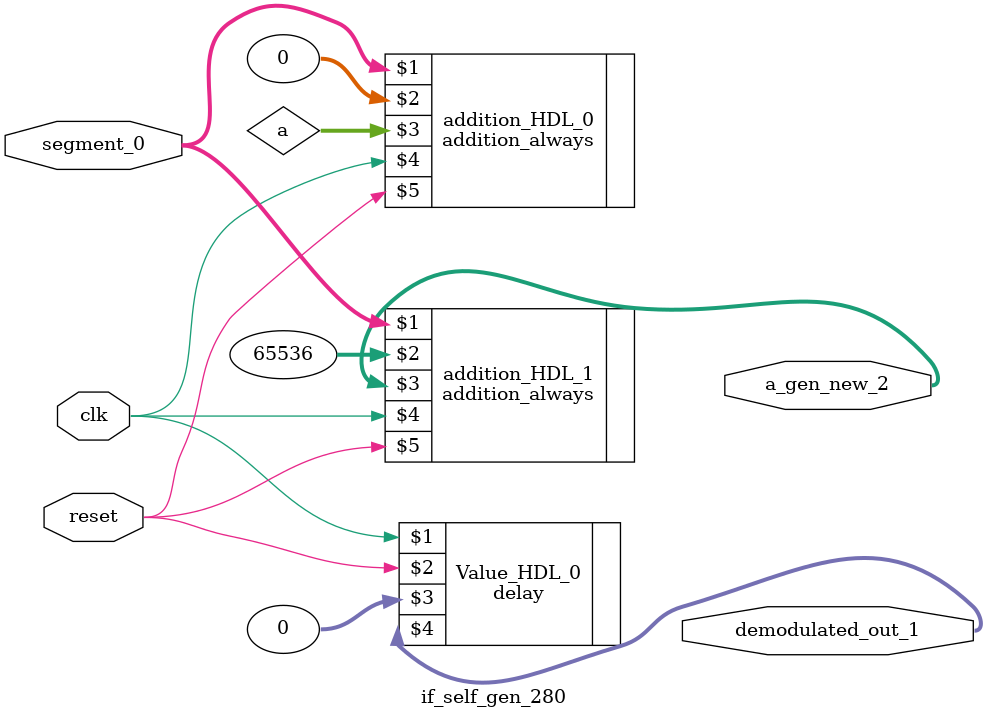
<source format=v>
module if_self_gen_280( input clk, input reset, input [31:0]segment_0, output [31:0]demodulated_out_1, output [31:0]a_gen_new_2); 
	wire [31:0]demodulated_out_1;
	//Proceed with demodulated_out_1 = 0
	delay Value_HDL_0 ( clk, reset, 0, demodulated_out_1);
	wire [31:0]a;
	//Proceed with a = segment_0 + 0
	addition_always addition_HDL_0(segment_0, 0, a, clk,  reset);
	wire [31:0]a_gen_new_2;
	//Proceed with a_gen_new_2 = segment_0 + 65536
	addition_always addition_HDL_1(segment_0, 65536, a_gen_new_2, clk,  reset);
endmodule
</source>
